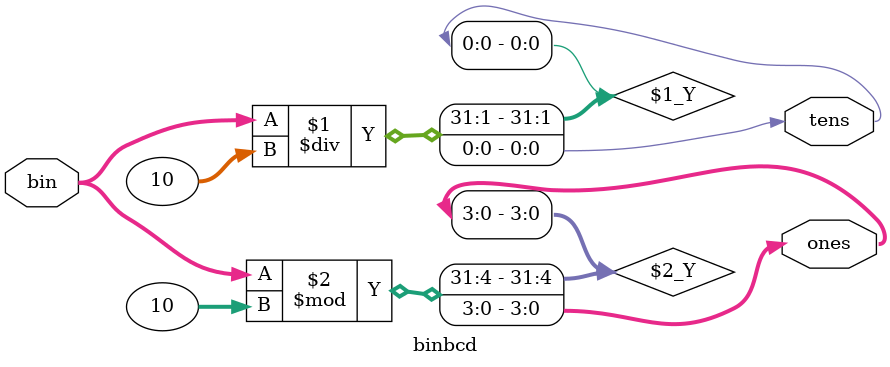
<source format=v>
module binbcd(input [3:0] bin, output tens, output[3:0] ones);
  assign tens= bin/10;
  assign ones=bin%10;
endmodule
</source>
